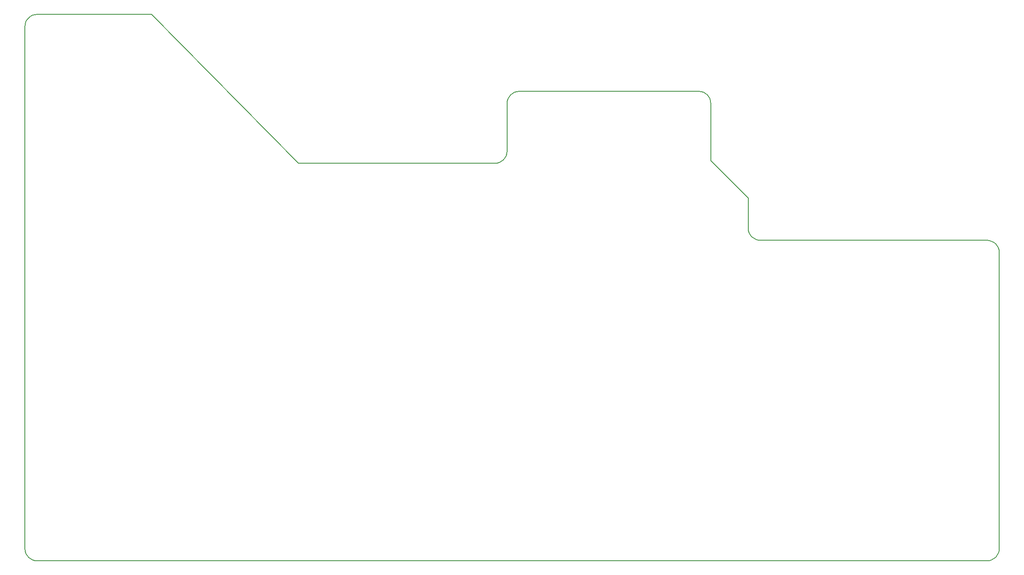
<source format=gbr>
G04 PROTEUS GERBER X2 FILE*
%TF.GenerationSoftware,Labcenter,Proteus,8.6-SP2-Build23525*%
%TF.CreationDate,2023-01-29T17:34:11+00:00*%
%TF.FileFunction,NonPlated,1,2,NPTH*%
%TF.FilePolarity,Positive*%
%TF.Part,Single*%
%FSLAX45Y45*%
%MOMM*%
G01*
%TA.AperFunction,Profile*%
%ADD25C,0.203200*%
%TD.AperFunction*%
D25*
X-10500000Y-7200000D02*
X-10551117Y-7195026D01*
X-10598389Y-7180713D01*
X-10640900Y-7157977D01*
X-10677734Y-7127734D01*
X-10707977Y-7090900D01*
X-10730713Y-7048389D01*
X-10745026Y-7001117D01*
X-10750000Y-6950000D01*
X-10750000Y+3550000D02*
X-10745026Y+3601117D01*
X-10730713Y+3648389D01*
X-10707977Y+3690900D01*
X-10677734Y+3727734D01*
X-10640900Y+3757977D01*
X-10598389Y+3780713D01*
X-10551117Y+3795026D01*
X-10500000Y+3800000D01*
X-5250000Y+800000D02*
X-8200000Y+3800000D01*
X+3800000Y+100000D02*
X+3050000Y+850000D01*
X-1300000Y+800000D02*
X-1248883Y+804974D01*
X-1201611Y+819287D01*
X-1159100Y+842023D01*
X-1122266Y+872266D01*
X-1092023Y+909100D01*
X-1069287Y+951611D01*
X-1054974Y+998883D01*
X-1050000Y+1050000D01*
X-1050000Y+2000000D02*
X-1045026Y+2051117D01*
X-1030713Y+2098389D01*
X-1007977Y+2140900D01*
X-977734Y+2177734D01*
X-940900Y+2207977D01*
X-898389Y+2230713D01*
X-851117Y+2245026D01*
X-800000Y+2250000D01*
X+2800000Y+2250000D02*
X+2851117Y+2245026D01*
X+2898389Y+2230713D01*
X+2940900Y+2207977D01*
X+2977734Y+2177734D01*
X+3007977Y+2140900D01*
X+3030713Y+2098389D01*
X+3045026Y+2051117D01*
X+3050000Y+2000000D01*
X+4050000Y-750000D02*
X+3998883Y-745026D01*
X+3951611Y-730713D01*
X+3909100Y-707977D01*
X+3872266Y-677734D01*
X+3842023Y-640900D01*
X+3819287Y-598389D01*
X+3804974Y-551117D01*
X+3800000Y-500000D01*
X+8600000Y-750000D02*
X+8651117Y-754974D01*
X+8698389Y-769287D01*
X+8740900Y-792023D01*
X+8777734Y-822266D01*
X+8807977Y-859100D01*
X+8830713Y-901611D01*
X+8845026Y-948883D01*
X+8850000Y-1000000D01*
X+8600000Y-7200000D02*
X+8651117Y-7195026D01*
X+8698389Y-7180713D01*
X+8740900Y-7157977D01*
X+8777734Y-7127734D01*
X+8807977Y-7090900D01*
X+8830713Y-7048389D01*
X+8845026Y-7001117D01*
X+8850000Y-6950000D01*
X-800000Y+2250000D02*
X+2800000Y+2250000D01*
X-1050000Y+2000000D02*
X-1050000Y+1050000D01*
X-1300000Y+800000D02*
X-5250000Y+800000D01*
X+3050000Y+850000D02*
X+3050000Y+2000000D01*
X+3800000Y-500000D02*
X+3800000Y+100000D01*
X+4050000Y-750000D02*
X+8600000Y-750000D01*
X+8850000Y-6950000D02*
X+8850000Y-1000000D01*
X+8600000Y-7200000D02*
X-10500000Y-7200000D01*
X-10750000Y-6950000D02*
X-10750000Y+3550000D01*
X-10500000Y+3800000D02*
X-8200000Y+3800000D01*
M02*

</source>
